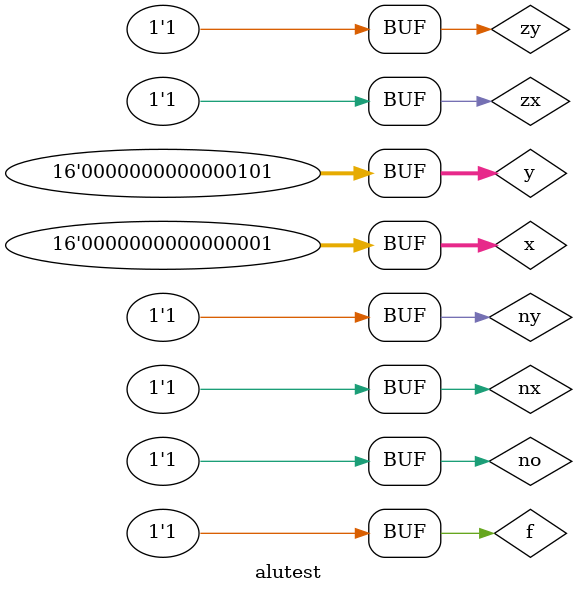
<source format=v>
`timescale 1ns / 1ps


module alutest;

	// Inputs
	reg [15:0] x;
	reg [15:0] y;
	reg zx;
	reg nx;
	reg zy;
	reg ny;
	reg f;
	reg no;

	// Outputs
	wire [15:0] out;
	wire zr;
	wire ng;

	// Instantiate the Unit Under Test (UUT)
	alu uut (
		.x(x), 
		.y(y), 
		.zx(zx), 
		.nx(nx), 
		.zy(zy), 
		.ny(ny), 
		.f(f), 
		.no(no), 
		.out(out), 
		.zr(zr), 
		.ng(ng)
	);
	
	
	initial begin
		// Initialize Inputs
		x = 16'h 0001;
		y = 16'h 0005;
		zx = 0;
		nx = 0;
		zy = 0;
		ny = 1;
		f = 1;
		no = 1;
		#10;
		
		
		x = 16'h 0001;
		y = 16'h 0005;
		zx = 0;
		nx = 0;
		zy = 0;
		ny = 0;
		f = 1;
		no = 0;
		#10;
		
		x = 16'h 0001;
		y = 16'h 0005;
		zx = 0;
		nx = 1;
		zy = 1;
		ny = 1;
		f = 1;
		no = 1;
		#10;
        
		// Add stimulus here
	x = 16'h 0001;
		y = 16'h 0005;
		zx = 1;
		nx = 0;
		zy = 1;
		ny = 0;
		f = 1;
		no = 0;
		#10;
	
	
	x = 16'h 0001;
		y = 16'h 0005;
		zx = 1;
		nx = 1;
		zy = 1;
		ny = 1;
		f = 1;
		no = 1;
		#10;
end
initial begin
$monitor ("x=%h, y=%h , out =%h" ,x,y,out);
end
      
endmodule


</source>
